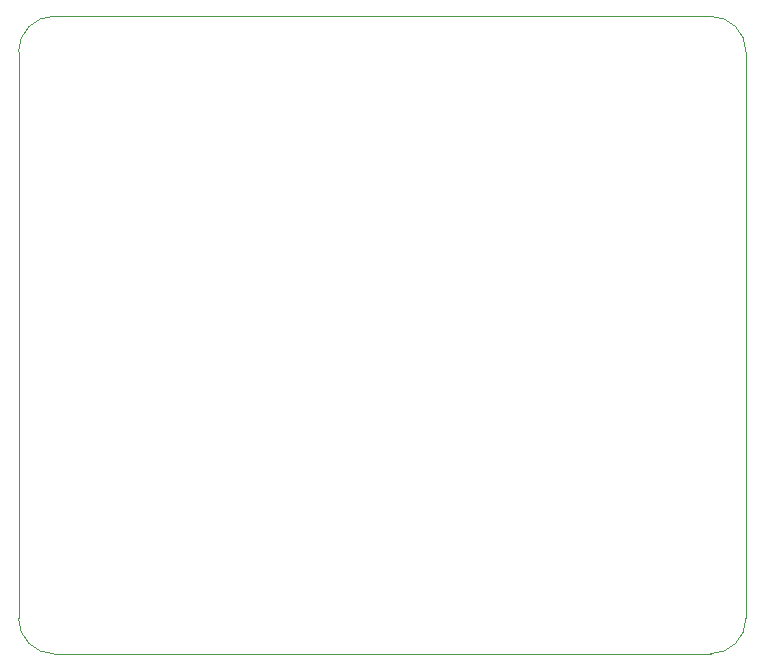
<source format=gm1>
%TF.GenerationSoftware,KiCad,Pcbnew,8.0.3-8.0.3-0~ubuntu22.04.1*%
%TF.CreationDate,2025-12-31T16:49:30+00:00*%
%TF.ProjectId,pixelpusher,70697865-6c70-4757-9368-65722e6b6963,rev?*%
%TF.SameCoordinates,Original*%
%TF.FileFunction,Profile,NP*%
%FSLAX46Y46*%
G04 Gerber Fmt 4.6, Leading zero omitted, Abs format (unit mm)*
G04 Created by KiCad (PCBNEW 8.0.3-8.0.3-0~ubuntu22.04.1) date 2025-12-31 16:49:30*
%MOMM*%
%LPD*%
G01*
G04 APERTURE LIST*
%TA.AperFunction,Profile*%
%ADD10C,0.050000*%
%TD*%
G04 APERTURE END LIST*
D10*
X133810000Y-84455000D02*
X189405000Y-84455000D01*
X189405000Y-84455000D02*
G75*
G02*
X192405000Y-87455000I0J-3000000D01*
G01*
X133810000Y-138430000D02*
G75*
G02*
X130810000Y-135430000I0J3000000D01*
G01*
X130810000Y-135430000D02*
X130810000Y-87455000D01*
X192405000Y-135430000D02*
G75*
G02*
X189405000Y-138430000I-3000000J0D01*
G01*
X189405000Y-138430000D02*
X133810000Y-138430000D01*
X192405000Y-87455000D02*
X192405000Y-135430000D01*
X130810000Y-87455000D02*
G75*
G02*
X133810000Y-84455000I3000000J0D01*
G01*
M02*

</source>
